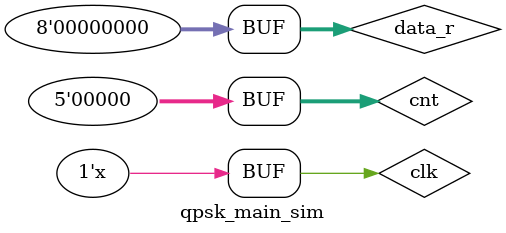
<source format=v>
`timescale 1ns / 1ps

module qpsk_main_sim(
    
    );

/*
ìåòîä ôîðìèðîâàíèÿ êîãäà îäíîâðåìåííî ãåíèðèðóþòñÿ 2 ì ïîñëåäîâàòåëüíîñòè è ñêëåèâàþòñÿ â îäíó


ÂÍÈÌÀÍÈÅ: ÏÎÊÀ ×ÒÎ ÍÅ ÐÀÁÎ×ÈÉ
*/

reg clk = 0;
reg [4:0] cnt = 0;
reg [30:0] buff = 0;

always begin
    #5 clk <= ~clk;
end

wire [7:0] data;
wire [7:0] dataI;
wire [7:0] dataQ;
wire [7:0] data_origin;
wire signal;
wire [30:0] buff_wr;

reg [7:0] data_r = 0;

qpsk_main ff1(.CLK_50MHZ(clk),
         .out_fun(signal),
         .data(data),
         .dataI(dataI),
         .dataQ(dataQ),
         .data_origin(data_origin),
         .buff_wr(buff_wr)
        );

always @(posedge clk) begin
    buff <= {buff[29:0], signal};
    $display("------------------------");
    $display(" curent signal = %b \n data decoded = %d", signal, data);
    $display(" dataI decoded = %d", dataI);
    $display(" dataQ decoded = %d", dataQ);
    $display(" data_origin decoded = %d", data_origin);
    $display(" budd = %b", buff);
    if ((dataI > 30)||(dataQ > 30)) begin
            $display(" peak -------------------------------------------------------------------------------");
    end
end

endmodule

</source>
